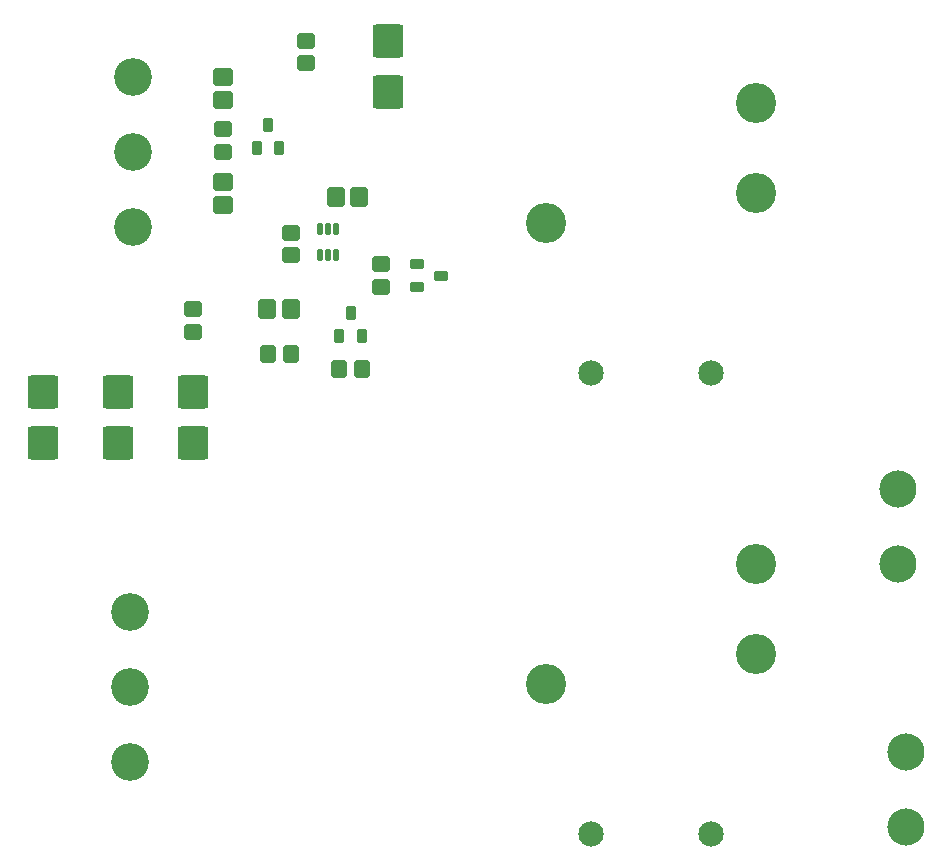
<source format=gts>
G04*
G04 #@! TF.GenerationSoftware,Altium Limited,Altium Designer,21.3.2 (30)*
G04*
G04 Layer_Color=8388736*
%FSLAX25Y25*%
%MOIN*%
G70*
G04*
G04 #@! TF.SameCoordinates,176562F1-B387-4AA2-8F74-3CF4574A4688*
G04*
G04*
G04 #@! TF.FilePolarity,Negative*
G04*
G01*
G75*
G04:AMPARAMS|DCode=17|XSize=53.15mil|YSize=57.09mil|CornerRadius=6.5mil|HoleSize=0mil|Usage=FLASHONLY|Rotation=0.000|XOffset=0mil|YOffset=0mil|HoleType=Round|Shape=RoundedRectangle|*
%AMROUNDEDRECTD17*
21,1,0.05315,0.04409,0,0,0.0*
21,1,0.04016,0.05709,0,0,0.0*
1,1,0.01299,0.02008,-0.02205*
1,1,0.01299,-0.02008,-0.02205*
1,1,0.01299,-0.02008,0.02205*
1,1,0.01299,0.02008,0.02205*
%
%ADD17ROUNDEDRECTD17*%
G04:AMPARAMS|DCode=18|XSize=102.36mil|YSize=110.24mil|CornerRadius=10.19mil|HoleSize=0mil|Usage=FLASHONLY|Rotation=180.000|XOffset=0mil|YOffset=0mil|HoleType=Round|Shape=RoundedRectangle|*
%AMROUNDEDRECTD18*
21,1,0.10236,0.08986,0,0,180.0*
21,1,0.08199,0.11024,0,0,180.0*
1,1,0.02037,-0.04099,0.04493*
1,1,0.02037,0.04099,0.04493*
1,1,0.02037,0.04099,-0.04493*
1,1,0.02037,-0.04099,-0.04493*
%
%ADD18ROUNDEDRECTD18*%
G04:AMPARAMS|DCode=19|XSize=53.15mil|YSize=57.09mil|CornerRadius=6.5mil|HoleSize=0mil|Usage=FLASHONLY|Rotation=90.000|XOffset=0mil|YOffset=0mil|HoleType=Round|Shape=RoundedRectangle|*
%AMROUNDEDRECTD19*
21,1,0.05315,0.04409,0,0,90.0*
21,1,0.04016,0.05709,0,0,90.0*
1,1,0.01299,0.02205,0.02008*
1,1,0.01299,0.02205,-0.02008*
1,1,0.01299,-0.02205,-0.02008*
1,1,0.01299,-0.02205,0.02008*
%
%ADD19ROUNDEDRECTD19*%
G04:AMPARAMS|DCode=20|XSize=59.06mil|YSize=66.93mil|CornerRadius=6.94mil|HoleSize=0mil|Usage=FLASHONLY|Rotation=180.000|XOffset=0mil|YOffset=0mil|HoleType=Round|Shape=RoundedRectangle|*
%AMROUNDEDRECTD20*
21,1,0.05906,0.05305,0,0,180.0*
21,1,0.04518,0.06693,0,0,180.0*
1,1,0.01388,-0.02259,0.02653*
1,1,0.01388,0.02259,0.02653*
1,1,0.01388,0.02259,-0.02653*
1,1,0.01388,-0.02259,-0.02653*
%
%ADD20ROUNDEDRECTD20*%
G04:AMPARAMS|DCode=21|XSize=59.06mil|YSize=66.93mil|CornerRadius=6.94mil|HoleSize=0mil|Usage=FLASHONLY|Rotation=90.000|XOffset=0mil|YOffset=0mil|HoleType=Round|Shape=RoundedRectangle|*
%AMROUNDEDRECTD21*
21,1,0.05906,0.05305,0,0,90.0*
21,1,0.04518,0.06693,0,0,90.0*
1,1,0.01388,0.02653,0.02259*
1,1,0.01388,0.02653,-0.02259*
1,1,0.01388,-0.02653,-0.02259*
1,1,0.01388,-0.02653,0.02259*
%
%ADD21ROUNDEDRECTD21*%
G04:AMPARAMS|DCode=22|XSize=21.65mil|YSize=39.37mil|CornerRadius=4.92mil|HoleSize=0mil|Usage=FLASHONLY|Rotation=180.000|XOffset=0mil|YOffset=0mil|HoleType=Round|Shape=RoundedRectangle|*
%AMROUNDEDRECTD22*
21,1,0.02165,0.02953,0,0,180.0*
21,1,0.01181,0.03937,0,0,180.0*
1,1,0.00984,-0.00591,0.01476*
1,1,0.00984,0.00591,0.01476*
1,1,0.00984,0.00591,-0.01476*
1,1,0.00984,-0.00591,-0.01476*
%
%ADD22ROUNDEDRECTD22*%
G04:AMPARAMS|DCode=23|XSize=35.43mil|YSize=45.28mil|CornerRadius=5.17mil|HoleSize=0mil|Usage=FLASHONLY|Rotation=180.000|XOffset=0mil|YOffset=0mil|HoleType=Round|Shape=RoundedRectangle|*
%AMROUNDEDRECTD23*
21,1,0.03543,0.03494,0,0,180.0*
21,1,0.02510,0.04528,0,0,180.0*
1,1,0.01034,-0.01255,0.01747*
1,1,0.01034,0.01255,0.01747*
1,1,0.01034,0.01255,-0.01747*
1,1,0.01034,-0.01255,-0.01747*
%
%ADD23ROUNDEDRECTD23*%
G04:AMPARAMS|DCode=24|XSize=35.43mil|YSize=45.28mil|CornerRadius=5.17mil|HoleSize=0mil|Usage=FLASHONLY|Rotation=90.000|XOffset=0mil|YOffset=0mil|HoleType=Round|Shape=RoundedRectangle|*
%AMROUNDEDRECTD24*
21,1,0.03543,0.03494,0,0,90.0*
21,1,0.02510,0.04528,0,0,90.0*
1,1,0.01034,0.01747,0.01255*
1,1,0.01034,0.01747,-0.01255*
1,1,0.01034,-0.01747,-0.01255*
1,1,0.01034,-0.01747,0.01255*
%
%ADD24ROUNDEDRECTD24*%
%ADD25C,0.08465*%
%ADD26C,0.13386*%
%ADD27C,0.12614*%
%ADD28C,0.12402*%
D17*
X105020Y207500D02*
D03*
X112500D02*
D03*
X136240Y202500D02*
D03*
X128760D02*
D03*
D18*
X145000Y295000D02*
D03*
Y311929D02*
D03*
X80000Y195000D02*
D03*
Y178071D02*
D03*
X55000Y195000D02*
D03*
Y178071D02*
D03*
X30000Y195000D02*
D03*
Y178071D02*
D03*
D19*
X142500Y237500D02*
D03*
Y230020D02*
D03*
X90000Y275000D02*
D03*
Y282480D02*
D03*
X117500Y311929D02*
D03*
Y304449D02*
D03*
X80000Y215000D02*
D03*
Y222480D02*
D03*
X112500Y240571D02*
D03*
Y248051D02*
D03*
D20*
X135374Y260000D02*
D03*
X127500D02*
D03*
X104626Y222500D02*
D03*
X112500D02*
D03*
D21*
X90000Y257126D02*
D03*
Y265000D02*
D03*
Y300000D02*
D03*
Y292126D02*
D03*
D22*
X122441Y240571D02*
D03*
X125000D02*
D03*
X127559D02*
D03*
Y249429D02*
D03*
X125000D02*
D03*
X122441D02*
D03*
D23*
X101260Y276124D02*
D03*
X108740D02*
D03*
X105000Y283876D02*
D03*
X132500Y221376D02*
D03*
X136240Y213624D02*
D03*
X128760D02*
D03*
D24*
X162500Y233760D02*
D03*
X154748Y230020D02*
D03*
Y237500D02*
D03*
D25*
X252480Y47724D02*
D03*
X212480D02*
D03*
Y201268D02*
D03*
X252480D02*
D03*
D26*
X197480Y97724D02*
D03*
X267480Y137724D02*
D03*
Y107724D02*
D03*
Y261268D02*
D03*
Y291268D02*
D03*
X197480Y251268D02*
D03*
D27*
X60000Y300000D02*
D03*
Y275000D02*
D03*
Y250000D02*
D03*
X58850Y71480D02*
D03*
Y96480D02*
D03*
Y121480D02*
D03*
D28*
X317500Y75000D02*
D03*
Y50000D02*
D03*
X315000Y162724D02*
D03*
Y137724D02*
D03*
M02*

</source>
